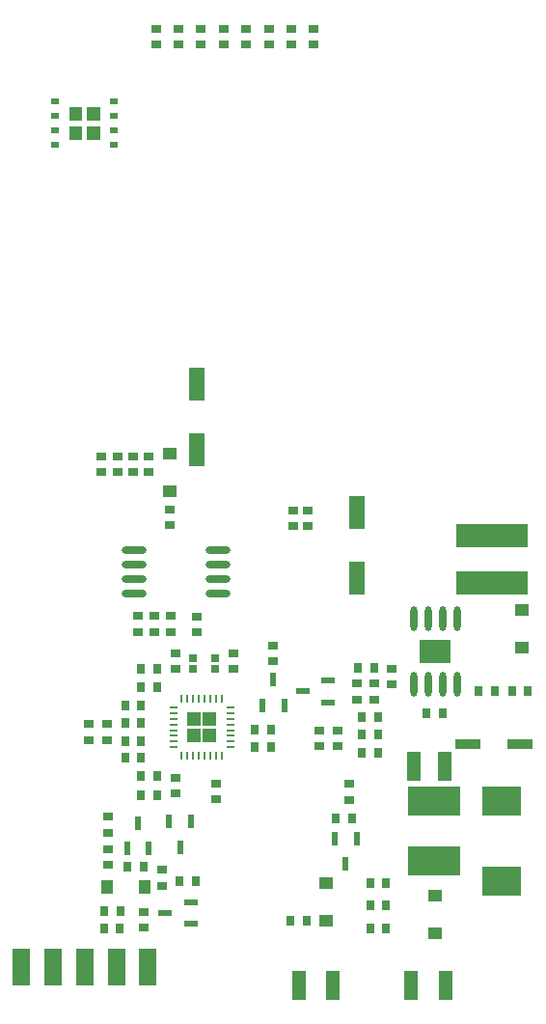
<source format=gtp>
G04*
G04 #@! TF.GenerationSoftware,Altium Limited,Altium Designer,21.2.1 (34)*
G04*
G04 Layer_Color=8421504*
%FSTAX24Y24*%
%MOIN*%
G70*
G04*
G04 #@! TF.SameCoordinates,4AC015DC-E3C4-4AC6-9BA4-5EE9E9B64A6E*
G04*
G04*
G04 #@! TF.FilePolarity,Positive*
G04*
G01*
G75*
%ADD21R,0.0471X0.0471*%
%ADD22R,0.0471X0.0471*%
%ADD23R,0.0600X0.1260*%
%ADD24R,0.1378X0.0984*%
%ADD25R,0.0354X0.0315*%
%ADD26R,0.1811X0.0984*%
%ADD27R,0.0472X0.0984*%
%ADD28R,0.0472X0.1024*%
%ADD29R,0.2480X0.0846*%
%ADD30R,0.1063X0.0827*%
%ADD31O,0.0236X0.0846*%
%ADD32R,0.0280X0.0201*%
%ADD33R,0.0110X0.0315*%
%ADD34R,0.0315X0.0110*%
%ADD35O,0.0866X0.0236*%
%ADD36R,0.0295X0.0276*%
%ADD37R,0.0543X0.1181*%
%ADD38R,0.0906X0.0354*%
%ADD39R,0.0472X0.0394*%
%ADD40R,0.0335X0.0295*%
%ADD41R,0.0453X0.0236*%
%ADD42R,0.0295X0.0335*%
%ADD43R,0.0315X0.0354*%
%ADD44R,0.0236X0.0453*%
%ADD45R,0.0394X0.0472*%
G36*
X047592Y095815D02*
X047147D01*
Y096279D01*
X047592D01*
Y095815D01*
D02*
G37*
G36*
X048214D02*
X047769D01*
Y096279D01*
X048214D01*
Y095815D01*
D02*
G37*
G36*
X047592Y096456D02*
X047147D01*
Y096921D01*
X047592D01*
Y096456D01*
D02*
G37*
G36*
X048214D02*
X047769D01*
Y096921D01*
X048214D01*
Y096456D01*
D02*
G37*
D21*
X051458Y075237D02*
D03*
X052008Y075785D02*
D03*
D22*
X052007Y075236D02*
D03*
X051459Y075787D02*
D03*
D23*
X049875Y06723D02*
D03*
X048785D02*
D03*
X047694D02*
D03*
X046604D02*
D03*
X045513D02*
D03*
D24*
X062087Y072949D02*
D03*
Y070193D02*
D03*
D25*
X054834Y099646D02*
D03*
Y099094D02*
D03*
X049536Y079349D02*
D03*
Y078798D02*
D03*
X052814Y078071D02*
D03*
Y07752D02*
D03*
X050636Y082497D02*
D03*
Y083048D02*
D03*
X056446Y074861D02*
D03*
Y075412D02*
D03*
X050374Y070597D02*
D03*
Y070045D02*
D03*
X054885Y08245D02*
D03*
Y083002D02*
D03*
X057113Y07703D02*
D03*
Y076479D02*
D03*
X0554Y082463D02*
D03*
Y083014D02*
D03*
X050147Y099094D02*
D03*
Y099646D02*
D03*
X051709Y099094D02*
D03*
Y099646D02*
D03*
X053272Y099094D02*
D03*
Y099646D02*
D03*
X049909Y084328D02*
D03*
Y08488D02*
D03*
X049372Y084328D02*
D03*
Y08488D02*
D03*
X048827Y084328D02*
D03*
Y08488D02*
D03*
X04826Y084328D02*
D03*
Y08488D02*
D03*
X050827Y07378D02*
D03*
Y073228D02*
D03*
X048465Y07563D02*
D03*
Y075079D02*
D03*
X047842Y075079D02*
D03*
Y07563D02*
D03*
X050827Y078071D02*
D03*
Y07752D02*
D03*
X056845Y073567D02*
D03*
Y073015D02*
D03*
D26*
X05978Y072949D02*
D03*
Y070902D02*
D03*
D27*
X056265Y0666D02*
D03*
X055083D02*
D03*
X058974D02*
D03*
X060155D02*
D03*
D28*
X060123Y074178D02*
D03*
X05906D02*
D03*
D29*
X061754Y082138D02*
D03*
Y080504D02*
D03*
D30*
X059803Y07812D02*
D03*
D31*
X059053Y076988D02*
D03*
X059553D02*
D03*
X060053D02*
D03*
X060553D02*
D03*
X059053Y079252D02*
D03*
X059553D02*
D03*
X060053D02*
D03*
X060553D02*
D03*
D32*
X048685Y097118D02*
D03*
Y096618D02*
D03*
Y096118D02*
D03*
Y095618D02*
D03*
X046677D02*
D03*
Y096118D02*
D03*
Y097118D02*
D03*
Y096618D02*
D03*
D33*
X051043Y076496D02*
D03*
X05124D02*
D03*
X051437D02*
D03*
X051634D02*
D03*
X051831D02*
D03*
X052027D02*
D03*
X052224D02*
D03*
X052421D02*
D03*
Y074528D02*
D03*
X052224D02*
D03*
X052027D02*
D03*
X051831D02*
D03*
X051634D02*
D03*
X051437D02*
D03*
X05124D02*
D03*
X051043D02*
D03*
D34*
X052717Y076201D02*
D03*
Y076004D02*
D03*
Y075807D02*
D03*
Y07561D02*
D03*
Y075413D02*
D03*
Y075217D02*
D03*
Y07502D02*
D03*
Y074823D02*
D03*
X050748D02*
D03*
Y07502D02*
D03*
Y075217D02*
D03*
Y075413D02*
D03*
Y07561D02*
D03*
Y075807D02*
D03*
Y076004D02*
D03*
Y076201D02*
D03*
D35*
X049389Y081639D02*
D03*
Y081139D02*
D03*
Y080639D02*
D03*
Y080139D02*
D03*
X052302Y081639D02*
D03*
Y081139D02*
D03*
Y080639D02*
D03*
Y080139D02*
D03*
D36*
X052195Y077913D02*
D03*
X051427D02*
D03*
Y07752D02*
D03*
X052195D02*
D03*
D37*
X051578Y085095D02*
D03*
Y087379D02*
D03*
X057113Y082934D02*
D03*
Y08065D02*
D03*
D38*
X062735Y074944D02*
D03*
X060924D02*
D03*
D39*
X056043Y070145D02*
D03*
Y068845D02*
D03*
X050636Y084974D02*
D03*
Y083673D02*
D03*
X062801Y078258D02*
D03*
Y079558D02*
D03*
X059803Y069706D02*
D03*
Y068405D02*
D03*
D40*
X048491Y072424D02*
D03*
Y071873D02*
D03*
X050104Y079349D02*
D03*
Y078798D02*
D03*
X051567Y078793D02*
D03*
Y079344D02*
D03*
X050672Y079349D02*
D03*
Y078798D02*
D03*
X054212Y078346D02*
D03*
Y077795D02*
D03*
X0577Y07703D02*
D03*
Y076479D02*
D03*
X049727Y069146D02*
D03*
Y068595D02*
D03*
X048491Y07075D02*
D03*
Y071301D02*
D03*
X052224Y073573D02*
D03*
Y073022D02*
D03*
X055796Y075412D02*
D03*
Y074861D02*
D03*
X050926Y099646D02*
D03*
Y099094D02*
D03*
X052488Y099646D02*
D03*
Y099094D02*
D03*
X054051Y099646D02*
D03*
Y099094D02*
D03*
X058298Y077547D02*
D03*
Y076995D02*
D03*
X055613Y099646D02*
D03*
Y099094D02*
D03*
D41*
X050474Y069101D02*
D03*
X05136Y069475D02*
D03*
Y068727D02*
D03*
X056106Y07638D02*
D03*
Y077128D02*
D03*
X05522Y076754D02*
D03*
D42*
X048923Y069163D02*
D03*
X048372D02*
D03*
X057133Y077581D02*
D03*
X057684D02*
D03*
X053577Y074832D02*
D03*
X054128D02*
D03*
X049176Y070691D02*
D03*
X049727D02*
D03*
X050976Y070192D02*
D03*
X051527D02*
D03*
X061857Y076754D02*
D03*
X061306D02*
D03*
X063009Y076754D02*
D03*
X062458D02*
D03*
X050197Y073819D02*
D03*
X049646D02*
D03*
Y075039D02*
D03*
X049094D02*
D03*
X050197Y07689D02*
D03*
X049646D02*
D03*
Y075669D02*
D03*
X049094D02*
D03*
X056929Y072367D02*
D03*
X056378D02*
D03*
X057557Y068572D02*
D03*
X058108D02*
D03*
X058106Y069354D02*
D03*
X057555D02*
D03*
X048899Y068566D02*
D03*
X048348D02*
D03*
X057268Y074646D02*
D03*
X057819D02*
D03*
X057819Y075867D02*
D03*
X057268D02*
D03*
D43*
X060055Y076004D02*
D03*
X059504D02*
D03*
X054128Y07544D02*
D03*
X053577D02*
D03*
X057819Y075276D02*
D03*
X057268D02*
D03*
X049646Y074449D02*
D03*
X049094D02*
D03*
X050197Y073179D02*
D03*
X049646D02*
D03*
X049646Y07752D02*
D03*
X050197D02*
D03*
X049646Y07626D02*
D03*
X049094D02*
D03*
X058102Y070135D02*
D03*
X057551D02*
D03*
X054808Y068827D02*
D03*
X055359D02*
D03*
D44*
X05136Y072261D02*
D03*
X050612D02*
D03*
X050986Y071376D02*
D03*
X04916Y071318D02*
D03*
X049908D02*
D03*
X049534Y072204D02*
D03*
X053838Y076273D02*
D03*
X054586D02*
D03*
X054212Y077159D02*
D03*
X057083Y071678D02*
D03*
X056335D02*
D03*
X056709Y070792D02*
D03*
D45*
X048455Y070007D02*
D03*
X049756D02*
D03*
M02*

</source>
